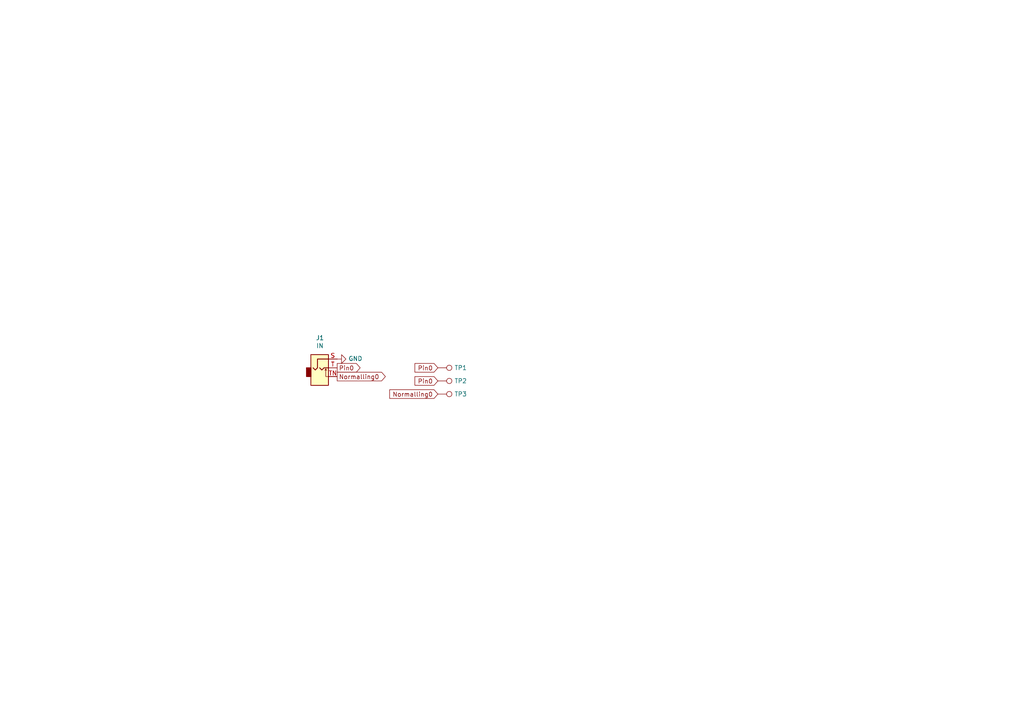
<source format=kicad_sch>
(kicad_sch (version 20211123) (generator eeschema)
  (paper "A4")
  (lib_symbols
    (symbol "Connector:AudioJack2_SwitchT"
      (property "Reference" "J" (at 0 8.89 0))
      (property "Value" "AudioJack2_SwitchT" (at 0 6.35 0))
      (symbol "AudioJack2_SwitchT_0_1"
        (rectangle (start -2.54 0) (end -3.81 -2.54) (stroke (width 0.254)) (fill (type outline)))
        (polyline (pts (xy 1.778 -0.254) (xy 2.032 -0.762)))
        (polyline (pts (xy 0 0) (xy 0.635 -0.635) (xy 1.27 0) (xy 2.54 0)) (stroke (width 0.254)))
        (polyline (pts (xy 2.54 -2.54) (xy 1.778 -2.54) (xy 1.778 -0.254) (xy 1.524 -0.762)))
        (polyline (pts (xy 2.54 2.54) (xy -0.635 2.54) (xy -0.635 0) (xy -1.27 -0.635) (xy -1.905 0)) (stroke (width 0.254)))
        (rectangle (start 2.54 3.81) (end -2.54 -5.08) (stroke (width 0.254)) (fill (type background)))
      )
      (symbol "AudioJack2_SwitchT_1_1"
        (pin passive line (at 5.08 2.54 180) (length 2.54) (name "~") (number "S"))
        (pin passive line (at 5.08 0 180) (length 2.54) (name "~") (number "T"))
        (pin passive line (at 5.08 -2.54 180) (length 2.54) (name "~") (number "TN"))
      )
    )
    (symbol "Connector:TestPoint" (pin_numbers hide) (pin_names (offset 0.762) hide)
      (property "Reference" "TP" (at 0 6.858 0))
      (property "Value" "TestPoint" (at 0 5.08 0))
      (symbol "TestPoint_0_1"
        (circle (center 0 3.302) (radius 0.762))
      )
      (symbol "TestPoint_1_1"
        (pin passive line (at 0 0 90) (length 2.54) (name "1") (number "1"))
      )
    )
    (symbol "power:GND" (power) (pin_names (offset 0))
      (property "Value" "GND" (at 0 -3.81 0))
      (symbol "GND_0_1"
        (polyline (pts (xy 0 0) (xy 0 -1.27) (xy 1.27 -1.27) (xy 0 -2.54) (xy -1.27 -1.27) (xy 0 -1.27)))
      )
      (symbol "GND_1_1"
        (pin power_in line (at 0 0 270) (length 0) hide (name "GND") (number "1"))
      )
    )
  )
  (global_label "Normalling0" (shape input) (at 127 114.3 180) (property "Intersheet References" "${INTERSHEET_REFS}" (effects hide)))
  (global_label "Pin0" (shape output) (at 97.79 106.68 0) (property "Intersheet References" "${INTERSHEET_REFS}" (effects hide)))
  (global_label "Normalling0" (shape output) (at 97.79 109.22 0) (property "Intersheet References" "${INTERSHEET_REFS}" (effects hide)))
  (global_label "Pin0" (shape input) (at 127 106.68 180) (property "Intersheet References" "${INTERSHEET_REFS}" (effects hide)))
  (global_label "Pin0" (shape input) (at 127 110.49 180) (property "Intersheet References" "${INTERSHEET_REFS}" (effects hide)))
  (symbol (lib_id "Connector:AudioJack2_SwitchT") (at 92.71 106.68 0) (unit 1)
    (property "Reference" "J1" (at 92.8116 97.9932 0))
    (property "Value" "IN" (at 92.8116 100.3046 0))
    (property "Footprint" "Connector_Thonk:ThonkiconnJack" (effects hide))
    (property "Device" "Jack Connector" (effects hide))
    (property "Description" "Thonkiconn – 3.5mm Jack Sockets" (effects hide))
    (property "Place" "No" (effects hide))
    (property "Dist" "Thonk" (effects hide))
    (property "DistPartNumber" "PJ398SM" (effects hide))
    (property "DistLink" "https://www.thonk.co.uk/shop/thonkiconn/" (effects hide))
  )
  (symbol (lib_id "power:GND") (at 97.79 104.14 90) (unit 1)
    (property "Reference" "#PWR0101" (effects hide))
    (property "Value" "GND" (at 101.0412 104.013 90) (effects (justify right)))
  )
  (symbol (lib_id "Connector:TestPoint") (at 127 106.68 270) (unit 1) (in_bom no)
    (property "Reference" "TP1" (at 131.7752 106.68 90) (effects (justify left)))
    (property "Value" "TestPoint" (effects hide))
    (property "Footprint" "TestPoint:TestPoint_Pad_D1.5mm" (effects hide))
  )
  (symbol (lib_id "Connector:TestPoint") (at 127 114.3 270) (unit 1) (in_bom no)
    (property "Reference" "TP3" (at 131.7752 114.3 90) (effects (justify left)))
    (property "Value" "TestPoint" (effects hide))
    (property "Footprint" "TestPoint:TestPoint_Pad_D1.5mm" (effects hide))
  )
  (symbol (lib_id "Connector:TestPoint") (at 127 110.49 270) (unit 1) (in_bom no)
    (property "Reference" "TP2" (at 131.7752 110.49 90) (effects (justify left)))
    (property "Value" "TestPoint" (effects hide))
    (property "Footprint" "TestPoint:TestPoint_Pad_D1.5mm" (effects hide))
  )
)
</source>
